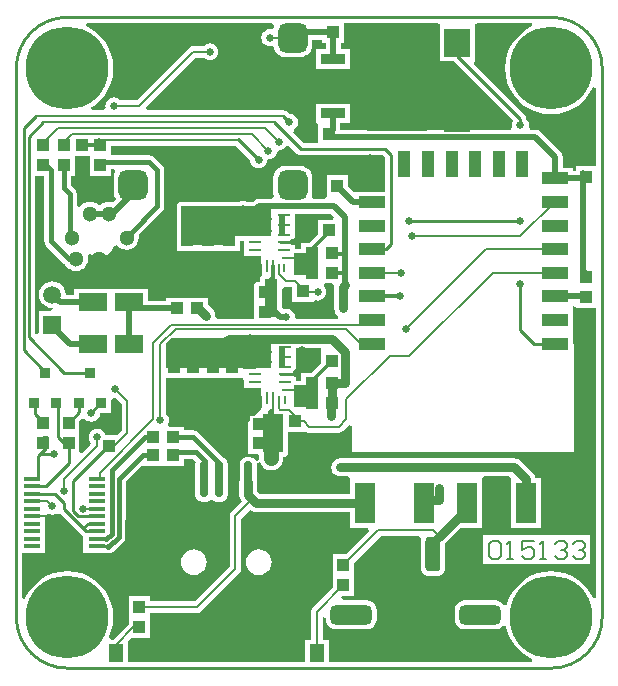
<source format=gtl>
G04 Layer_Physical_Order=1*
G04 Layer_Color=255*
%FSLAX25Y25*%
%MOIN*%
G70*
G01*
G75*
%ADD10R,0.13386X0.23622*%
G04:AMPARAMS|DCode=11|XSize=27.56mil|YSize=118.11mil|CornerRadius=6.89mil|HoleSize=0mil|Usage=FLASHONLY|Rotation=0.000|XOffset=0mil|YOffset=0mil|HoleType=Round|Shape=RoundedRectangle|*
%AMROUNDEDRECTD11*
21,1,0.02756,0.10433,0,0,0.0*
21,1,0.01378,0.11811,0,0,0.0*
1,1,0.01378,0.00689,-0.05216*
1,1,0.01378,-0.00689,-0.05216*
1,1,0.01378,-0.00689,0.05216*
1,1,0.01378,0.00689,0.05216*
%
%ADD11ROUNDEDRECTD11*%
%ADD12R,0.08661X0.09449*%
%ADD13R,0.03937X0.04331*%
%ADD14R,0.04331X0.03937*%
%ADD15R,0.07008X0.13780*%
%ADD16R,0.03543X0.03740*%
%ADD17R,0.03543X0.03740*%
%ADD18R,0.05709X0.01772*%
%ADD19R,0.08465X0.12598*%
%ADD20R,0.08465X0.03543*%
G04:AMPARAMS|DCode=21|XSize=137.8mil|YSize=64.96mil|CornerRadius=16.24mil|HoleSize=0mil|Usage=FLASHONLY|Rotation=0.000|XOffset=0mil|YOffset=0mil|HoleType=Round|Shape=RoundedRectangle|*
%AMROUNDEDRECTD21*
21,1,0.13780,0.03248,0,0,0.0*
21,1,0.10531,0.06496,0,0,0.0*
1,1,0.03248,0.05266,-0.01624*
1,1,0.03248,-0.05266,-0.01624*
1,1,0.03248,-0.05266,0.01624*
1,1,0.03248,0.05266,0.01624*
%
%ADD21ROUNDEDRECTD21*%
G04:AMPARAMS|DCode=22|XSize=50mil|YSize=114.96mil|CornerRadius=12.5mil|HoleSize=0mil|Usage=FLASHONLY|Rotation=0.000|XOffset=0mil|YOffset=0mil|HoleType=Round|Shape=RoundedRectangle|*
%AMROUNDEDRECTD22*
21,1,0.05000,0.08996,0,0,0.0*
21,1,0.02500,0.11496,0,0,0.0*
1,1,0.02500,0.01250,-0.04498*
1,1,0.02500,-0.01250,-0.04498*
1,1,0.02500,-0.01250,0.04498*
1,1,0.02500,0.01250,0.04498*
%
%ADD22ROUNDEDRECTD22*%
%ADD23R,0.03937X0.08858*%
%ADD24R,0.08858X0.03937*%
G04:AMPARAMS|DCode=25|XSize=98.42mil|YSize=98.42mil|CornerRadius=24.61mil|HoleSize=0mil|Usage=FLASHONLY|Rotation=90.000|XOffset=0mil|YOffset=0mil|HoleType=Round|Shape=RoundedRectangle|*
%AMROUNDEDRECTD25*
21,1,0.09842,0.04921,0,0,90.0*
21,1,0.04921,0.09842,0,0,90.0*
1,1,0.04921,0.02461,0.02461*
1,1,0.04921,0.02461,-0.02461*
1,1,0.04921,-0.02461,-0.02461*
1,1,0.04921,-0.02461,0.02461*
%
%ADD25ROUNDEDRECTD25*%
%ADD26R,0.00984X0.02756*%
%ADD27R,0.00984X0.04331*%
%ADD28R,0.04331X0.00984*%
%ADD29R,0.03150X0.00984*%
%ADD30R,0.05118X0.05905*%
%ADD31R,0.09646X0.06102*%
%ADD32C,0.00800*%
%ADD33C,0.01200*%
%ADD34C,0.01000*%
%ADD35C,0.00900*%
%ADD36C,0.02000*%
%ADD37C,0.03000*%
%ADD38C,0.01500*%
%ADD39C,0.05000*%
%ADD40C,0.07000*%
%ADD41R,0.03256X0.07900*%
%ADD42R,0.08400X0.07387*%
%ADD43R,0.07000X0.13026*%
%ADD44R,0.03500X0.04000*%
%ADD45R,0.04301X0.13000*%
%ADD46R,0.20000X0.35000*%
%ADD47R,0.02362X0.07600*%
%ADD48C,0.05118*%
%ADD49C,0.27559*%
%ADD50R,0.05905X0.05905*%
%ADD51C,0.05905*%
%ADD52C,0.02600*%
G36*
X16000Y-109824D02*
X16075Y-109814D01*
X18063Y-111802D01*
Y-120698D01*
X16579Y-122181D01*
X15706D01*
X15350Y-122110D01*
X14995Y-122181D01*
X12691D01*
X12446Y-121588D01*
X11997Y-121003D01*
X11412Y-120554D01*
X10731Y-120272D01*
X10000Y-120176D01*
X9269Y-120272D01*
X8588Y-120554D01*
X8003Y-121003D01*
X7554Y-121588D01*
X7272Y-122269D01*
X7176Y-123000D01*
X7272Y-123731D01*
X7554Y-124412D01*
X8003Y-124997D01*
X7437Y-125823D01*
X4969Y-128292D01*
X3968Y-127878D01*
Y-121819D01*
Y-117569D01*
X4709Y-116828D01*
X5982Y-116970D01*
X6003Y-116997D01*
X6588Y-117446D01*
X7269Y-117728D01*
X8000Y-117824D01*
X8731Y-117728D01*
X9412Y-117446D01*
X9997Y-116997D01*
X10446Y-116412D01*
X10728Y-115731D01*
X10824Y-115000D01*
X11007Y-114791D01*
X14512D01*
Y-110497D01*
X14845Y-110158D01*
X15512Y-109760D01*
X16000Y-109824D01*
D02*
G37*
G36*
X84663Y-94057D02*
X84663D01*
Y-98163D01*
X81268Y-101557D01*
X77970D01*
Y-104096D01*
X76068D01*
Y-102577D01*
X70993D01*
X70897Y-102455D01*
X71383Y-101455D01*
X72599D01*
X72660Y-101443D01*
X76068D01*
Y-98097D01*
Y-93092D01*
X84579D01*
X84663Y-94057D01*
D02*
G37*
G36*
X67981Y-90012D02*
X67981Y-99976D01*
X65000D01*
Y-100000D01*
X32982Y-100000D01*
X32982Y-91605D01*
X34574Y-90012D01*
X67981Y-90012D01*
D02*
G37*
G36*
X61487Y-147620D02*
X62217Y-147923D01*
X63000Y-148026D01*
X63000Y-148026D01*
X94153D01*
Y-153390D01*
X100218D01*
X100600Y-154314D01*
X92926Y-161988D01*
X88532D01*
Y-169319D01*
Y-173075D01*
X81890Y-179717D01*
X81470Y-180345D01*
X81323Y-181087D01*
Y-190547D01*
X79201D01*
Y-197892D01*
X20319D01*
Y-190821D01*
X21128Y-190012D01*
X27468D01*
Y-183319D01*
Y-181591D01*
X43347D01*
X44088Y-181443D01*
X44716Y-181023D01*
X57370Y-168370D01*
X57790Y-167741D01*
X57937Y-167000D01*
Y-150165D01*
X60918Y-147184D01*
X61487Y-147620D01*
D02*
G37*
G36*
X58450Y-103345D02*
X58895Y-104160D01*
Y-105895D01*
X58982Y-105982D01*
Y-106561D01*
X64505D01*
Y-112633D01*
X64459Y-113578D01*
X64415Y-113587D01*
X64187Y-113739D01*
X64290Y-113988D01*
X63519Y-114759D01*
X63471Y-115000D01*
Y-115057D01*
X63220D01*
X62420Y-115857D01*
X60963D01*
Y-117315D01*
X60163Y-118115D01*
Y-121994D01*
Y-128494D01*
X63564D01*
X63587Y-128611D01*
X63919Y-129107D01*
X63947Y-129126D01*
Y-129982D01*
X64039Y-130684D01*
X63113Y-130960D01*
X62629Y-130236D01*
X61905Y-129752D01*
X61051Y-129582D01*
X59673D01*
X58819Y-129752D01*
X58095Y-130236D01*
X57611Y-130960D01*
X57441Y-131814D01*
Y-137243D01*
X57439Y-137248D01*
X57336Y-138031D01*
Y-142362D01*
X57439Y-143145D01*
X57742Y-143875D01*
X58178Y-144444D01*
X54630Y-147992D01*
X54210Y-148621D01*
X54063Y-149362D01*
Y-166198D01*
X42544Y-177716D01*
X27468D01*
Y-175988D01*
X20531D01*
Y-183319D01*
Y-185129D01*
X15223Y-190438D01*
X14302Y-190349D01*
X13822Y-189489D01*
X14577Y-187667D01*
X15138Y-185328D01*
X15327Y-182931D01*
X15138Y-180533D01*
X14577Y-178195D01*
X13656Y-175973D01*
X12400Y-173922D01*
X10838Y-172093D01*
X9009Y-170531D01*
X6958Y-169274D01*
X4736Y-168354D01*
X2398Y-167793D01*
X0Y-167604D01*
X-2398Y-167793D01*
X-4736Y-168354D01*
X-6958Y-169274D01*
X-9009Y-170531D01*
X-10838Y-172093D01*
X-12400Y-173922D01*
X-13656Y-175973D01*
X-13991Y-176781D01*
X-14991Y-176583D01*
Y-161636D01*
X-7374D01*
Y-159136D01*
Y-156636D01*
Y-154136D01*
Y-149364D01*
X-7374D01*
Y-149136D01*
X-6614Y-148556D01*
X-6412Y-148446D01*
X-5731Y-148728D01*
X-5000Y-148824D01*
X-4269Y-148728D01*
X-3588Y-148446D01*
X-2476Y-148442D01*
X-2253Y-148631D01*
X3808Y-154692D01*
X3808Y-154692D01*
X4808Y-155692D01*
X5374Y-156070D01*
Y-159136D01*
Y-161636D01*
X13091D01*
X13398Y-161721D01*
X13483Y-161710D01*
X13567Y-161727D01*
X13924Y-161656D01*
X14286Y-161611D01*
X14361Y-161569D01*
X14445Y-161553D01*
X14748Y-161350D01*
X15065Y-161170D01*
X18698Y-158037D01*
X18751Y-157970D01*
X18822Y-157922D01*
X19025Y-157619D01*
X19249Y-157332D01*
X19272Y-157249D01*
X19320Y-157178D01*
X19391Y-156820D01*
X19488Y-156469D01*
X19477Y-156384D01*
X19494Y-156300D01*
Y-137750D01*
X24237Y-133007D01*
X24988Y-132468D01*
Y-132468D01*
X24988Y-132468D01*
X39012D01*
Y-130294D01*
X42050D01*
X42858Y-131103D01*
X42717Y-131814D01*
Y-142247D01*
X42887Y-143101D01*
X43371Y-143825D01*
X44095Y-144309D01*
X44949Y-144479D01*
X46327D01*
X47181Y-144309D01*
X47905Y-143825D01*
X48292D01*
X49016Y-144309D01*
X49870Y-144479D01*
X51248D01*
X52102Y-144309D01*
X52826Y-143825D01*
X53310Y-143101D01*
X53480Y-142247D01*
Y-131814D01*
X53310Y-130960D01*
X52826Y-130236D01*
X52102Y-129752D01*
X51970Y-129726D01*
X43622Y-121378D01*
X42878Y-120880D01*
X42000Y-120706D01*
X39012D01*
Y-119532D01*
X33958D01*
X33446Y-118556D01*
X33728Y-117875D01*
X33824Y-117144D01*
X33728Y-116413D01*
X33446Y-115732D01*
X32997Y-115147D01*
X32937Y-115101D01*
Y-103345D01*
X58450D01*
D02*
G37*
G36*
X169532Y-79442D02*
Y-80012D01*
X176238D01*
Y-176509D01*
X175238Y-176708D01*
X174934Y-175973D01*
X173677Y-173922D01*
X172115Y-172093D01*
X170286Y-170531D01*
X168236Y-169274D01*
X166014Y-168354D01*
X163675Y-167793D01*
X161277Y-167604D01*
X158880Y-167793D01*
X156541Y-168354D01*
X154319Y-169274D01*
X152268Y-170531D01*
X150440Y-172093D01*
X148878Y-173922D01*
X147621Y-175973D01*
X146701Y-178194D01*
X146568Y-178747D01*
X145750Y-178879D01*
X145513Y-178858D01*
X145053Y-178258D01*
X144400Y-177757D01*
X143640Y-177443D01*
X142825Y-177335D01*
X132293D01*
X131478Y-177443D01*
X130718Y-177757D01*
X130065Y-178258D01*
X129564Y-178911D01*
X129250Y-179671D01*
X129142Y-180486D01*
Y-183734D01*
X129250Y-184550D01*
X129564Y-185310D01*
X130065Y-185962D01*
X130718Y-186463D01*
X131478Y-186778D01*
X132293Y-186885D01*
X142825D01*
X143640Y-186778D01*
X144400Y-186463D01*
X145053Y-185962D01*
X145213Y-185754D01*
X146297Y-185984D01*
X146701Y-187667D01*
X147621Y-189889D01*
X148878Y-191940D01*
X150440Y-193769D01*
X152268Y-195330D01*
X154319Y-196587D01*
X155054Y-196892D01*
X154855Y-197892D01*
X87319D01*
Y-190547D01*
X85197D01*
Y-182819D01*
X85229Y-182797D01*
X86229Y-183332D01*
Y-183734D01*
X86336Y-184550D01*
X86651Y-185310D01*
X87152Y-185962D01*
X87804Y-186463D01*
X88564Y-186778D01*
X89380Y-186885D01*
X99911D01*
X100727Y-186778D01*
X101487Y-186463D01*
X102139Y-185962D01*
X102640Y-185310D01*
X102955Y-184550D01*
X103062Y-183734D01*
Y-180486D01*
X102955Y-179671D01*
X102640Y-178911D01*
X102139Y-178258D01*
X101487Y-177757D01*
X100727Y-177443D01*
X99911Y-177335D01*
X91842D01*
X91341Y-176335D01*
X91582Y-176012D01*
X95468D01*
Y-169319D01*
Y-164925D01*
X104456Y-155937D01*
X117163D01*
X117807Y-156724D01*
X117865Y-156937D01*
X117787Y-157534D01*
Y-166530D01*
X117881Y-167247D01*
X118158Y-167916D01*
X118599Y-168491D01*
X119174Y-168932D01*
X119843Y-169209D01*
X120561Y-169303D01*
X123061D01*
X123778Y-169209D01*
X124447Y-168932D01*
X125022Y-168491D01*
X125463Y-167916D01*
X125740Y-167247D01*
X125834Y-166530D01*
Y-158445D01*
X126640Y-157640D01*
X126640Y-157640D01*
X130889Y-153390D01*
X138161D01*
Y-137026D01*
X138161Y-136610D01*
X138919Y-136026D01*
X147081D01*
X147839Y-136610D01*
Y-153390D01*
X157846D01*
Y-136610D01*
X155838D01*
X155765Y-136059D01*
X155463Y-135330D01*
X154982Y-134703D01*
X154982Y-134703D01*
X151140Y-130860D01*
X150513Y-130379D01*
X149783Y-130077D01*
X149000Y-129974D01*
X91000D01*
X90217Y-130077D01*
X89487Y-130379D01*
X88860Y-130860D01*
X88380Y-131487D01*
X88077Y-132217D01*
X87974Y-133000D01*
X88077Y-133783D01*
X88380Y-134513D01*
X88860Y-135140D01*
X89487Y-135620D01*
X90217Y-135923D01*
X91000Y-136026D01*
X93396D01*
X94153Y-136610D01*
X94153Y-137026D01*
Y-141974D01*
X64253D01*
X63821Y-141542D01*
X63821Y-141541D01*
X63388Y-141109D01*
Y-138031D01*
X63285Y-137248D01*
X63283Y-137243D01*
Y-131814D01*
X63241Y-131602D01*
X64202Y-131310D01*
X64487Y-131999D01*
X65129Y-132834D01*
X65964Y-133475D01*
X66937Y-133879D01*
X67981Y-134016D01*
X69026Y-133879D01*
X69999Y-133475D01*
X70834Y-132834D01*
X71475Y-131999D01*
X71878Y-131026D01*
X72016Y-129982D01*
Y-129552D01*
X72585Y-129439D01*
X73081Y-129107D01*
X73413Y-128611D01*
X73529Y-128026D01*
Y-121319D01*
X79469D01*
X79469Y-121319D01*
X80433Y-121404D01*
X80600Y-121437D01*
X90500D01*
X91241Y-121290D01*
X91870Y-120870D01*
X94000Y-118740D01*
X95000Y-119154D01*
Y-128000D01*
X169000Y-128000D01*
X169000Y-92000D01*
X168441D01*
Y-88374D01*
X168441Y-88311D01*
Y-87374D01*
X168441Y-87311D01*
Y-80500D01*
X168441Y-80437D01*
Y-79500D01*
X168532Y-79260D01*
X169532Y-79442D01*
D02*
G37*
G36*
X88433Y-71781D02*
X89021Y-72645D01*
X88974Y-73000D01*
Y-75000D01*
X89040Y-75500D01*
X88974Y-76000D01*
Y-80000D01*
X89077Y-80783D01*
X89380Y-81513D01*
X89860Y-82140D01*
X90281Y-82463D01*
X90086Y-83347D01*
X90023Y-83463D01*
X76230D01*
X75824Y-83000D01*
X75728Y-82269D01*
X75446Y-81588D01*
X74997Y-81003D01*
X74412Y-80554D01*
X73731Y-80272D01*
X73000Y-80176D01*
X72392Y-80256D01*
X71870Y-79878D01*
X71529Y-79543D01*
Y-73505D01*
X71752Y-73287D01*
X72529Y-72844D01*
X73000Y-72937D01*
X75032D01*
Y-77819D01*
X81968D01*
X81968Y-77819D01*
X82968Y-77341D01*
X83424Y-77401D01*
X84154Y-77305D01*
X84836Y-77022D01*
X85421Y-76573D01*
X85869Y-75989D01*
X86151Y-75308D01*
X86248Y-74576D01*
X86151Y-73846D01*
X85869Y-73164D01*
X85471Y-72645D01*
X85523Y-72355D01*
X85845Y-71645D01*
X88232D01*
X88433Y-71781D01*
D02*
G37*
G36*
X76594Y-28406D02*
X77239Y-28837D01*
X78000Y-28988D01*
X105176D01*
X106012Y-29823D01*
Y-41067D01*
X95559D01*
X95559Y-41067D01*
Y-41067D01*
X94798Y-40540D01*
X93468Y-39210D01*
Y-35681D01*
X86532D01*
Y-43012D01*
X85704Y-43428D01*
X81982D01*
X81500Y-42705D01*
X81478Y-42428D01*
X81605Y-41461D01*
Y-36539D01*
X81469Y-35505D01*
X81070Y-34542D01*
X80435Y-33715D01*
X79608Y-33080D01*
X78644Y-32681D01*
X77610Y-32545D01*
X72689D01*
X71655Y-32681D01*
X70692Y-33080D01*
X69864Y-33715D01*
X69229Y-34542D01*
X68830Y-35505D01*
X68694Y-36539D01*
Y-41461D01*
X68822Y-42428D01*
X68800Y-42705D01*
X68317Y-43428D01*
X64024D01*
X63048Y-43622D01*
X62221Y-44174D01*
X61861Y-44534D01*
X59863D01*
X59231Y-44272D01*
X58500Y-44176D01*
X57769Y-44272D01*
X57138Y-44534D01*
X37969D01*
X37384Y-44650D01*
X36888Y-44982D01*
X36557Y-45478D01*
X36440Y-46063D01*
Y-55502D01*
X36501Y-55808D01*
Y-60895D01*
X43438D01*
Y-60895D01*
X43501D01*
Y-60895D01*
X50438D01*
Y-60895D01*
X50501D01*
Y-60895D01*
X57438D01*
Y-57439D01*
X58883D01*
Y-60053D01*
Y-62612D01*
X64493D01*
Y-69105D01*
X64286Y-69415D01*
X64170Y-70000D01*
Y-71108D01*
X62938D01*
X62151Y-71895D01*
Y-78045D01*
Y-83463D01*
X50232D01*
X49372Y-82500D01*
X49269Y-81717D01*
X48967Y-80987D01*
X48486Y-80360D01*
X47012Y-78886D01*
Y-76619D01*
X46924Y-76531D01*
X32988D01*
Y-77451D01*
X26925D01*
Y-73449D01*
X2075D01*
Y-75451D01*
X-515D01*
X-662Y-74338D01*
X-1111Y-73254D01*
X-1824Y-72324D01*
X-2754Y-71610D01*
X-3838Y-71162D01*
X-4140Y-71122D01*
X-5000Y-70951D01*
X-5860Y-71122D01*
X-6162Y-71162D01*
X-7246Y-71610D01*
X-8176Y-72324D01*
X-8890Y-73254D01*
X-9338Y-74338D01*
X-9491Y-75500D01*
X-9338Y-76662D01*
X-8890Y-77746D01*
X-8176Y-78676D01*
X-7246Y-79390D01*
X-6162Y-79838D01*
X-5000Y-79991D01*
X-4963Y-79986D01*
X-4911Y-80047D01*
X-5374Y-81047D01*
X-9453D01*
Y-88143D01*
X-10453Y-88644D01*
X-10862Y-88338D01*
Y-36012D01*
X-7782D01*
Y-57512D01*
X-7607Y-58390D01*
X-7110Y-59135D01*
X-1110Y-65135D01*
X-794Y-65346D01*
X-705Y-65560D01*
X-55Y-66408D01*
X793Y-67058D01*
X1781Y-67467D01*
X2840Y-67607D01*
X3900Y-67467D01*
X4887Y-67058D01*
X5735Y-66408D01*
X6386Y-65560D01*
X6795Y-64572D01*
X6934Y-63512D01*
X6795Y-62453D01*
X6740Y-62321D01*
X7562Y-61691D01*
X8270Y-62235D01*
X9449Y-62723D01*
X10714Y-62889D01*
X11980Y-62723D01*
X13159Y-62235D01*
X14171Y-61458D01*
X14948Y-60445D01*
X15436Y-59266D01*
X15456Y-59115D01*
X16502Y-58835D01*
X16875Y-59321D01*
X17722Y-59972D01*
X18710Y-60381D01*
X19770Y-60520D01*
X20829Y-60381D01*
X21817Y-59972D01*
X22664Y-59321D01*
X23315Y-58473D01*
X23724Y-57486D01*
X23864Y-56426D01*
X23742Y-55502D01*
X31622Y-47622D01*
X32120Y-46878D01*
X32294Y-46000D01*
Y-34000D01*
X32120Y-33122D01*
X31622Y-32378D01*
X28969Y-29724D01*
X28224Y-29227D01*
X27347Y-29052D01*
X14469D01*
Y-25937D01*
X56178D01*
X60976Y-30735D01*
X61041Y-31231D01*
X61323Y-31912D01*
X61772Y-32497D01*
X62357Y-32946D01*
X63038Y-33228D01*
X63769Y-33324D01*
X64500Y-33228D01*
X65181Y-32946D01*
X65766Y-32497D01*
X66215Y-31912D01*
X66497Y-31231D01*
X66498Y-31225D01*
X67000Y-30283D01*
X67731Y-30187D01*
X68412Y-29905D01*
X68997Y-29456D01*
X69446Y-28871D01*
X69728Y-28190D01*
X70500Y-27324D01*
X71231Y-27228D01*
X71912Y-26946D01*
X72497Y-26497D01*
X72833Y-26059D01*
X73325Y-25895D01*
X74049Y-25861D01*
X76594Y-28406D01*
D02*
G37*
G36*
X155054Y13961D02*
X154319Y13656D01*
X152268Y12400D01*
X150440Y10838D01*
X148878Y9009D01*
X147621Y6958D01*
X146701Y4736D01*
X146139Y2398D01*
X145950Y0D01*
X146139Y-2397D01*
X146701Y-4736D01*
X147621Y-6958D01*
X148878Y-9009D01*
X150440Y-10838D01*
X152268Y-12399D01*
X154319Y-13656D01*
X156541Y-14577D01*
X158880Y-15138D01*
X161277Y-15327D01*
X163675Y-15138D01*
X166014Y-14577D01*
X168236Y-13656D01*
X170286Y-12399D01*
X172115Y-10838D01*
X173677Y-9009D01*
X174934Y-6958D01*
X175238Y-6223D01*
X176238Y-6422D01*
Y-32681D01*
X173065D01*
X172976Y-32621D01*
X172000Y-32427D01*
X171025Y-32621D01*
X170935Y-32681D01*
X169532D01*
Y-34112D01*
X168441D01*
Y-33193D01*
X165061D01*
Y-29512D01*
X164867Y-28536D01*
X164314Y-27709D01*
X157825Y-21220D01*
X156998Y-20668D01*
X156023Y-20474D01*
X154503D01*
X154177Y-20162D01*
X153762Y-19474D01*
X153824Y-19000D01*
X153728Y-18269D01*
X153446Y-17588D01*
X153039Y-17058D01*
Y-17000D01*
X152884Y-16220D01*
X152442Y-15558D01*
X152442Y-15558D01*
X135434Y1450D01*
X135816Y2374D01*
X135831D01*
Y14823D01*
X136774Y14961D01*
X154855D01*
X155054Y13961D01*
D02*
G37*
G36*
X124169Y14823D02*
Y2374D01*
X128742D01*
X148619Y-17503D01*
X148554Y-17588D01*
X148272Y-18269D01*
X148176Y-19000D01*
X148238Y-19474D01*
X147822Y-20162D01*
X147497Y-20474D01*
X125057D01*
X124942Y-20451D01*
X91033D01*
Y-18327D01*
X94217D01*
Y-11784D01*
X82752D01*
Y-18327D01*
X83632Y-18531D01*
Y-25012D01*
X78824D01*
X75361Y-21549D01*
X75395Y-20824D01*
X75559Y-20333D01*
X75997Y-19997D01*
X76446Y-19412D01*
X76728Y-18731D01*
X76824Y-18000D01*
X76728Y-17269D01*
X76446Y-16588D01*
X75997Y-16003D01*
X75412Y-15554D01*
X74731Y-15272D01*
X74069Y-15185D01*
X73442Y-14558D01*
X72780Y-14116D01*
X72000Y-13961D01*
X71487Y-14063D01*
X26591D01*
X26177Y-13063D01*
X42802Y3563D01*
X45457D01*
X45503Y3503D01*
X46088Y3054D01*
X46769Y2772D01*
X47500Y2676D01*
X48231Y2772D01*
X48912Y3054D01*
X49497Y3503D01*
X49946Y4088D01*
X50228Y4769D01*
X50324Y5500D01*
X50228Y6231D01*
X49946Y6912D01*
X49497Y7497D01*
X48912Y7946D01*
X48231Y8228D01*
X47500Y8324D01*
X46769Y8228D01*
X46088Y7946D01*
X45503Y7497D01*
X45457Y7437D01*
X42000D01*
X41259Y7290D01*
X40630Y6870D01*
X23198Y-10563D01*
X17543D01*
X17497Y-10503D01*
X16912Y-10054D01*
X16231Y-9772D01*
X15500Y-9676D01*
X14769Y-9772D01*
X14088Y-10054D01*
X13503Y-10503D01*
X13054Y-11088D01*
X12772Y-11769D01*
X12676Y-12500D01*
X12750Y-13063D01*
X12579Y-13449D01*
X12034Y-14063D01*
X8209D01*
X7927Y-13063D01*
X9009Y-12400D01*
X10838Y-10838D01*
X12400Y-9009D01*
X13656Y-6958D01*
X14577Y-4736D01*
X15138Y-2398D01*
X15327Y0D01*
X15138Y2398D01*
X14577Y4736D01*
X13656Y6958D01*
X12400Y9009D01*
X10838Y10838D01*
X9009Y12400D01*
X6958Y13656D01*
X6223Y13961D01*
X6422Y14961D01*
X68267D01*
X68935Y13961D01*
X68854Y13765D01*
X68425Y13053D01*
X68231Y12941D01*
X67500Y13037D01*
X66769Y12941D01*
X66088Y12658D01*
X65503Y12210D01*
X65054Y11625D01*
X64772Y10944D01*
X64676Y10213D01*
X64772Y9482D01*
X65054Y8800D01*
X65503Y8216D01*
X66088Y7767D01*
X66769Y7485D01*
X67500Y7388D01*
X68231Y7485D01*
X68425Y7373D01*
X68854Y6660D01*
X69229Y5755D01*
X69864Y4927D01*
X70692Y4292D01*
X71655Y3893D01*
X72689Y3757D01*
X77610D01*
X78644Y3893D01*
X79608Y4292D01*
X80435Y4927D01*
X81070Y5755D01*
X81469Y6718D01*
X81605Y7752D01*
Y9451D01*
X84988D01*
Y8531D01*
X86105D01*
Y6327D01*
X82752D01*
Y-216D01*
X94217D01*
Y6327D01*
X91202D01*
Y8531D01*
X92319D01*
Y14961D01*
X123226D01*
X124169Y14823D01*
D02*
G37*
G36*
X89003Y-49608D02*
X88620Y-50532D01*
X83681D01*
Y-55283D01*
X80756Y-58208D01*
X77958D01*
Y-60147D01*
X76056D01*
Y-58628D01*
X70992D01*
X70895Y-58506D01*
X71378Y-57506D01*
X72587D01*
X72648Y-57494D01*
X76056D01*
Y-54147D01*
Y-50801D01*
Y-48526D01*
X87921D01*
X89003Y-49608D01*
D02*
G37*
G36*
X68000Y-55502D02*
X37969D01*
Y-46063D01*
X68000D01*
Y-55502D01*
D02*
G37*
G36*
X7531Y-36012D02*
X14469D01*
Y-33641D01*
X15511D01*
X15898Y-34254D01*
X16039Y-34640D01*
X15681Y-35505D01*
X15545Y-36539D01*
Y-41461D01*
X15681Y-42495D01*
X16080Y-43458D01*
X16231Y-43655D01*
X15181Y-44704D01*
X14923Y-44597D01*
X13864Y-44458D01*
X12804Y-44597D01*
X11817Y-45006D01*
X10969Y-45657D01*
X10460D01*
X9612Y-45006D01*
X8624Y-44597D01*
X7565Y-44458D01*
X6505Y-44597D01*
X5518Y-45006D01*
X4670Y-45657D01*
X4216Y-46248D01*
X3216Y-45932D01*
Y-41922D01*
X3041Y-41044D01*
X2544Y-40300D01*
X1294Y-39050D01*
Y-36012D01*
X2468D01*
Y-29319D01*
X7531D01*
Y-36012D01*
D02*
G37*
%LPC*%
G36*
X63827Y-160297D02*
X62716Y-160443D01*
X61681Y-160872D01*
X60791Y-161555D01*
X60109Y-162444D01*
X59680Y-163479D01*
X59534Y-164590D01*
X59680Y-165701D01*
X60109Y-166736D01*
X60791Y-167625D01*
X61681Y-168307D01*
X62716Y-168736D01*
X63827Y-168883D01*
X64938Y-168736D01*
X65973Y-168307D01*
X66862Y-167625D01*
X67544Y-166736D01*
X67973Y-165701D01*
X68119Y-164590D01*
X67973Y-163479D01*
X67544Y-162444D01*
X66862Y-161555D01*
X65973Y-160872D01*
X64938Y-160443D01*
X63827Y-160297D01*
D02*
G37*
G36*
X42173D02*
X41062Y-160443D01*
X40027Y-160872D01*
X39138Y-161555D01*
X38456Y-162444D01*
X38027Y-163479D01*
X37881Y-164590D01*
X38027Y-165701D01*
X38456Y-166736D01*
X39138Y-167625D01*
X40027Y-168307D01*
X41062Y-168736D01*
X42173Y-168883D01*
X43284Y-168736D01*
X44319Y-168307D01*
X45209Y-167625D01*
X45891Y-166736D01*
X46320Y-165701D01*
X46466Y-164590D01*
X46320Y-163479D01*
X45891Y-162444D01*
X45209Y-161555D01*
X44319Y-160872D01*
X43284Y-160443D01*
X42173Y-160297D01*
D02*
G37*
G36*
X174290Y-155702D02*
X138700D01*
Y-165300D01*
X174290D01*
Y-155702D01*
D02*
G37*
%LPD*%
D10*
X80244Y-162306D02*
D03*
X25756D02*
D03*
D11*
X50559Y-137031D02*
D03*
X55441D02*
D03*
X60362D02*
D03*
X45638D02*
D03*
D12*
X130000Y8598D02*
D03*
Y-16598D02*
D03*
D13*
X14000Y-119153D02*
D03*
Y-125847D02*
D03*
X53970Y-63923D02*
D03*
Y-57230D02*
D03*
X46970Y-63923D02*
D03*
Y-57230D02*
D03*
X39970Y-63923D02*
D03*
Y-57230D02*
D03*
X54981Y-106372D02*
D03*
Y-99679D02*
D03*
X48482Y-106372D02*
D03*
Y-99679D02*
D03*
X41982Y-106372D02*
D03*
Y-99679D02*
D03*
X35482Y-106372D02*
D03*
Y-99679D02*
D03*
X500Y-124846D02*
D03*
Y-118154D02*
D03*
X-8000Y-124846D02*
D03*
Y-118154D02*
D03*
X11000Y-25654D02*
D03*
Y-32346D02*
D03*
X5000Y-32346D02*
D03*
Y-25653D02*
D03*
X78500Y-80847D02*
D03*
Y-74154D02*
D03*
X76000Y-124346D02*
D03*
Y-117654D02*
D03*
X-1000Y-32346D02*
D03*
Y-25654D02*
D03*
X-8000Y-32346D02*
D03*
Y-25654D02*
D03*
X90000Y-32654D02*
D03*
Y-39347D02*
D03*
X173000Y-69653D02*
D03*
Y-76346D02*
D03*
Y-29654D02*
D03*
Y-36347D02*
D03*
X24000Y-186346D02*
D03*
Y-179654D02*
D03*
X92000Y-172346D02*
D03*
Y-165654D02*
D03*
D14*
X95346Y12000D02*
D03*
X88653D02*
D03*
X59123Y-74576D02*
D03*
X65816D02*
D03*
X59123Y-81077D02*
D03*
X65816D02*
D03*
X81623Y-61677D02*
D03*
X88316D02*
D03*
X57135Y-118526D02*
D03*
X63828D02*
D03*
X57135Y-125026D02*
D03*
X63828D02*
D03*
X81635Y-111526D02*
D03*
X88328D02*
D03*
X35346Y-123000D02*
D03*
X28653D02*
D03*
X35346Y-129000D02*
D03*
X28653D02*
D03*
X81623Y-68177D02*
D03*
X88316D02*
D03*
X80654Y-54000D02*
D03*
X87347D02*
D03*
X81635Y-105026D02*
D03*
X88328D02*
D03*
X81635Y-97526D02*
D03*
X88328D02*
D03*
X87297Y-22000D02*
D03*
X80604D02*
D03*
X36654Y-80000D02*
D03*
X43347D02*
D03*
D15*
X133158Y-145000D02*
D03*
X152842D02*
D03*
X99158D02*
D03*
X118842D02*
D03*
D16*
X7500Y-101579D02*
D03*
X3760Y-111421D02*
D03*
X-11240D02*
D03*
X-7500Y-101579D02*
D03*
D17*
X11240Y-111421D02*
D03*
X-3760D02*
D03*
D18*
X9728Y-159250D02*
D03*
Y-156750D02*
D03*
Y-154250D02*
D03*
Y-151750D02*
D03*
Y-149250D02*
D03*
Y-146750D02*
D03*
Y-144250D02*
D03*
Y-141750D02*
D03*
Y-139250D02*
D03*
Y-136750D02*
D03*
X-11728Y-159250D02*
D03*
Y-156750D02*
D03*
Y-154250D02*
D03*
Y-151750D02*
D03*
Y-149250D02*
D03*
Y-146750D02*
D03*
Y-144250D02*
D03*
Y-141750D02*
D03*
Y-139250D02*
D03*
Y-136750D02*
D03*
D19*
X111516Y-6000D02*
D03*
D20*
X88484Y-15055D02*
D03*
Y-6000D02*
D03*
Y3055D02*
D03*
D21*
X137559Y-182110D02*
D03*
X94646D02*
D03*
D22*
X121811Y-162031D02*
D03*
X110000D02*
D03*
D23*
X112315Y-31740D02*
D03*
X120189D02*
D03*
X128063D02*
D03*
X135937D02*
D03*
X143811D02*
D03*
X151685D02*
D03*
D24*
X162512Y-36661D02*
D03*
Y-44535D02*
D03*
Y-52409D02*
D03*
Y-60283D02*
D03*
Y-68158D02*
D03*
Y-76032D02*
D03*
Y-83906D02*
D03*
Y-91780D02*
D03*
X101488D02*
D03*
Y-83906D02*
D03*
Y-76032D02*
D03*
Y-68158D02*
D03*
Y-60283D02*
D03*
Y-52409D02*
D03*
Y-44535D02*
D03*
Y-36661D02*
D03*
D25*
X22000Y-39000D02*
D03*
X75150D02*
D03*
Y10213D02*
D03*
X22000D02*
D03*
D26*
X64517Y-66722D02*
D03*
X72391D02*
D03*
X62548D02*
D03*
X70422D02*
D03*
X64529Y-110671D02*
D03*
X72403D02*
D03*
X62560D02*
D03*
X70434D02*
D03*
D27*
X68454Y-65935D02*
D03*
X66485D02*
D03*
X68466Y-109884D02*
D03*
X66497D02*
D03*
D28*
X72391Y-60620D02*
D03*
Y-52155D02*
D03*
Y-58061D02*
D03*
Y-48809D02*
D03*
Y-55502D02*
D03*
X62548D02*
D03*
Y-48809D02*
D03*
Y-58061D02*
D03*
Y-52155D02*
D03*
Y-60620D02*
D03*
X72403Y-104569D02*
D03*
Y-96104D02*
D03*
Y-102010D02*
D03*
Y-92758D02*
D03*
Y-99451D02*
D03*
X62560D02*
D03*
Y-92758D02*
D03*
Y-102010D02*
D03*
Y-96104D02*
D03*
Y-104569D02*
D03*
D29*
X72981Y-63179D02*
D03*
X61958D02*
D03*
X72993Y-107128D02*
D03*
X61970D02*
D03*
D30*
X16260Y-195000D02*
D03*
X23740D02*
D03*
X83260D02*
D03*
X90740D02*
D03*
D31*
X20602Y-92000D02*
D03*
X8398D02*
D03*
X20602Y-78000D02*
D03*
X8398D02*
D03*
D32*
X66000Y-20000D02*
X70500Y-24500D01*
X10654Y-24000D02*
X57269D01*
X-10500Y-16000D02*
X72000D01*
X-8000Y-18000D02*
X69000D01*
X61541Y-22000D02*
X67000Y-27459D01*
X1654Y-22000D02*
X61541D01*
X-1000Y-24654D02*
X1654Y-22000D01*
X99994Y-85400D02*
X101488Y-83906D01*
X36100Y-86900D02*
X92900D01*
X31000Y-92000D02*
X36100Y-86900D01*
X92900D02*
X97780Y-91780D01*
X76025Y-117701D02*
X78801D01*
X80600Y-119500D01*
X90500D02*
X93000Y-117000D01*
X80600Y-119500D02*
X90500D01*
X5000Y-40000D02*
Y-31346D01*
X5250Y-146750D02*
X11728D01*
X-4250Y-149250D02*
X-3000Y-150500D01*
X-9728Y-149250D02*
X-4250D01*
X81635Y-105026D02*
Y-104218D01*
X81623Y-61677D02*
Y-60369D01*
X72403Y-102010D02*
X75997D01*
X72993Y-107128D02*
X78284D01*
X58482D02*
X61970D01*
X62981Y-114526D02*
X64529Y-112978D01*
X62560Y-113947D02*
Y-110671D01*
X64529Y-112978D02*
Y-110671D01*
X68466Y-117010D02*
Y-109884D01*
X81623Y-68177D02*
Y-61677D01*
X39970Y-63923D02*
X40714Y-63179D01*
X64517Y-69029D02*
Y-66722D01*
X62969Y-70577D02*
X64517Y-69029D01*
X62548Y-70155D02*
Y-66722D01*
Y-70155D02*
X62969Y-70577D01*
X72981Y-63179D02*
X80121D01*
X81623Y-61677D01*
X70422Y-68422D02*
Y-66722D01*
Y-68422D02*
X73000Y-71000D01*
X76000D01*
X78816Y-73816D01*
X20000Y3000D02*
X22000Y5000D01*
Y10213D01*
X24787Y13000D01*
X29000D01*
X19213D02*
X22000Y10213D01*
X15000Y13000D02*
X19213D01*
X70434Y-113334D02*
Y-110671D01*
Y-113334D02*
X71000Y-113900D01*
X73900D01*
X77328Y-117328D01*
Y-118526D02*
Y-117328D01*
X78110Y-94000D02*
X81635Y-97526D01*
X97780Y-91780D02*
X101488D01*
X113000Y-87000D02*
X139716Y-60283D01*
X162512D01*
X101488Y-68158D02*
X111158D01*
X78816Y-74576D02*
X83424D01*
X78816D02*
Y-73816D01*
X-10728Y-144250D02*
X-6750D01*
X15350Y-116454D02*
Y-115650D01*
X39970Y-57230D02*
X41698Y-55502D01*
X40714Y-63179D02*
X61958D01*
X41698Y-55502D02*
X62548D01*
X16000Y-107000D02*
X20000Y-111000D01*
X31000Y-117144D02*
Y-92000D01*
X141842Y-68158D02*
X162512D01*
X93000Y-117000D02*
Y-110394D01*
X107394Y-96000D01*
X114000D01*
X141842Y-68158D01*
X162433Y-44535D02*
X162512D01*
X150968Y-56000D02*
X162433Y-44535D01*
X115000Y-56000D02*
X150968D01*
X83260Y-195000D02*
Y-181087D01*
X92000Y-172346D01*
X123540Y-155500D02*
X124500D01*
X92000Y-165654D02*
X103654Y-154000D01*
X122040D01*
X123540Y-155500D01*
X16260Y-195000D02*
Y-192140D01*
X22054Y-186346D01*
X24000D01*
Y-179654D02*
X43347D01*
X56000Y-167000D01*
Y-149362D01*
X61681Y-143681D01*
X-9327Y-26327D02*
X-3000Y-20000D01*
X66000D01*
X15000Y-115654D02*
X16000Y-114654D01*
Y-112500D01*
X-6750Y-144250D02*
X-5000Y-146000D01*
X-1000Y-141000D02*
Y-137000D01*
X10000Y-126000D01*
Y-123000D01*
X10728Y-136750D02*
Y-134808D01*
X28600Y-116936D01*
X15350Y-126150D02*
X20000Y-121500D01*
Y-111000D01*
X46347Y-83000D02*
Y-82500D01*
X15500Y-12500D02*
X24000D01*
X67500Y10213D02*
X75150D01*
X24000Y-12500D02*
X42000Y5500D01*
X47500D01*
X34600Y-85400D02*
X99994D01*
X28600Y-116936D02*
Y-91400D01*
X34600Y-85400D01*
X140500Y-158502D02*
X141500Y-157502D01*
X143499D01*
X144499Y-158502D01*
Y-162500D01*
X143499Y-163500D01*
X141500D01*
X140500Y-162500D01*
Y-158502D01*
X146498Y-163500D02*
X148497D01*
X147498D01*
Y-157502D01*
X146498Y-158502D01*
X155495Y-157502D02*
X151496D01*
Y-160501D01*
X153496Y-159501D01*
X154496D01*
X155495Y-160501D01*
Y-162500D01*
X154496Y-163500D01*
X152496D01*
X151496Y-162500D01*
X157494Y-163500D02*
X159494D01*
X158494D01*
Y-157502D01*
X157494Y-158502D01*
X162493D02*
X163493Y-157502D01*
X165492D01*
X166492Y-158502D01*
Y-159501D01*
X165492Y-160501D01*
X164492D01*
X165492D01*
X166492Y-161501D01*
Y-162500D01*
X165492Y-163500D01*
X163493D01*
X162493Y-162500D01*
X168491Y-158502D02*
X169491Y-157502D01*
X171490D01*
X172490Y-158502D01*
Y-159501D01*
X171490Y-160501D01*
X170490D01*
X171490D01*
X172490Y-161501D01*
Y-162500D01*
X171490Y-163500D01*
X169491D01*
X168491Y-162500D01*
D33*
X57269Y-24000D02*
X63769Y-30500D01*
X88316Y-61677D02*
X88702Y-62063D01*
X92696D01*
X81635Y-104218D02*
X88328Y-97526D01*
X81623Y-60369D02*
X88316Y-53676D01*
X68454Y-72061D02*
Y-65935D01*
X5000Y-25653D02*
X10000D01*
X88316Y-68177D02*
X92696D01*
X101488Y-76032D02*
X110968D01*
X111000Y-76000D01*
X10000Y-24654D02*
X10654Y-24000D01*
D34*
X-14500Y-20000D02*
X-10500Y-16000D01*
X-14500Y-94000D02*
Y-20000D01*
X11728Y-159250D02*
X13567D01*
X11728Y-156750D02*
X12817D01*
X57749Y-92758D02*
X62560D01*
X58903Y-96104D02*
X62560D01*
X58556Y-99451D02*
X62560D01*
X6750Y-151750D02*
X11728D01*
X58604Y-52155D02*
X62548D01*
X-8000Y-123000D02*
X-6693D01*
X5250Y-153250D02*
X6250Y-154250D01*
X5250Y-153250D02*
X6750Y-151750D01*
X6250Y-154250D02*
X11728D01*
X61848Y-48809D02*
X62548D01*
X3654Y-149250D02*
X10728D01*
X2000Y-147596D02*
X3654Y-149250D01*
X-1000Y-147000D02*
X5250Y-153250D01*
X130000Y4000D02*
Y8598D01*
X151000Y-87372D02*
X155407Y-91780D01*
X162512D01*
X151000Y-87372D02*
Y-72000D01*
X130000Y4000D02*
X151000Y-17000D01*
Y-19000D02*
Y-17000D01*
X114000Y-51000D02*
X151000D01*
X72000Y-16000D02*
X74000Y-18000D01*
X-9728Y-141750D02*
X-4250D01*
X-1000Y-145000D01*
Y-147000D02*
Y-145000D01*
X2000Y-147596D02*
Y-137500D01*
X15350Y-124150D01*
X-7000Y-126500D02*
Y-123346D01*
X-9000Y-128500D02*
X-4500D01*
X-9728Y-136750D02*
Y-129228D01*
X-9000Y-128500D01*
X-7000Y-126500D01*
X-3000Y-123000D02*
Y-111000D01*
Y-123000D02*
X-1327Y-124673D01*
X-9728Y-139250D02*
X-7195D01*
X500Y-131555D01*
Y-124846D01*
Y-118154D02*
X4000Y-114654D01*
Y-111421D01*
X-10740Y-115260D02*
Y-110500D01*
Y-115260D02*
X-8846Y-117154D01*
X8000Y-115000D02*
Y-114661D01*
X11240Y-111421D01*
X-14500Y-94000D02*
X-8400Y-100100D01*
X161277Y-199946D02*
G03*
X178293Y-182931I0J17015D01*
G01*
X-17015Y-182931D02*
G03*
X0Y-199946I17015J0D01*
G01*
Y17015D02*
G03*
X-17015Y0I0J-17015D01*
G01*
X178293Y0D02*
G03*
X161277Y17015I-17015J0D01*
G01*
X-17030Y-182931D02*
Y0D01*
X178277Y-182931D02*
Y0D01*
X0Y-199931D02*
X161277D01*
X0Y17000D02*
X161277D01*
D35*
X-12850Y-22850D02*
X-8000Y-18000D01*
X-12850Y-89650D02*
Y-22850D01*
X-1000Y-101500D02*
X7000D01*
X-12850Y-89650D02*
X-1000Y-101500D01*
X101488Y-60283D02*
X106217D01*
X108000Y-58500D01*
Y-29000D01*
X106000Y-27000D02*
X108000Y-29000D01*
X78000Y-27000D02*
X106000D01*
X69000Y-18000D02*
X78000Y-27000D01*
D36*
X-2500Y-78000D02*
X8398D01*
X-5000Y-75500D02*
X-2500Y-78000D01*
X-5000Y-75500D02*
Y-73500D01*
X1000Y-92000D02*
X8398D01*
X-6000Y-85000D02*
X1000Y-92000D01*
X-6000Y-85000D02*
Y-84000D01*
X71000Y-83000D02*
X73000D01*
X69000Y-81000D02*
X71000Y-83000D01*
X7064Y-48552D02*
X14938D01*
X57481Y-92490D02*
X57749Y-92758D01*
X75985Y-58061D02*
X80470Y-53576D01*
X75000Y-58061D02*
X75985D01*
X75997Y-102010D02*
X80481Y-97526D01*
X81635D01*
X14938Y-48552D02*
X22000Y-41490D01*
Y-39000D01*
X75150Y10213D02*
X76937Y12000D01*
X88653D01*
Y3224D02*
Y12000D01*
X88484Y3055D02*
X88653Y3224D01*
X88484Y-6000D02*
X96000D01*
X111516D01*
X117402Y-16598D02*
X130000D01*
X80604Y-22000D02*
Y-16654D01*
X95346Y12000D02*
X103000D01*
X57135Y-125026D02*
Y-118526D01*
Y-114135D01*
X35482Y-108372D02*
X54981D01*
X68000Y-119000D02*
Y-114544D01*
Y-75000D02*
Y-70544D01*
X162512Y-36661D02*
X173685D01*
X162512Y-76032D02*
X173685D01*
X174000Y-76346D01*
X90000Y-39347D02*
X95189Y-44535D01*
X101488D01*
X101000Y-30000D02*
X101488Y-30488D01*
X90000Y-32654D02*
X101142D01*
X101488Y-33000D01*
Y-36661D02*
Y-33000D01*
Y-30488D01*
X162512Y-36661D02*
Y-29512D01*
X110000Y-171000D02*
Y-162031D01*
X103969D02*
X110000D01*
X68000Y-82000D02*
X69000Y-81000D01*
X78000Y-51000D02*
Y-50000D01*
Y-51000D02*
X80677Y-53676D01*
X81623D01*
X92696Y-62063D02*
Y-49696D01*
X88977Y-45976D02*
X92696Y-49696D01*
X64024Y-45976D02*
X88977D01*
X63000Y-47000D02*
X64024Y-45976D01*
X63000Y-47657D02*
Y-47000D01*
X92696Y-68177D02*
Y-62063D01*
X61848Y-48809D02*
X63000Y-47657D01*
X174000Y-29654D02*
Y-24000D01*
X92696Y-72304D02*
Y-68177D01*
X88346Y-23000D02*
X124942D01*
X124965Y-23023D01*
X156023D02*
X162512Y-29512D01*
X124965Y-23023D02*
X156023D01*
X88484Y-20591D02*
Y-15055D01*
X87150Y-21925D02*
X88484Y-20591D01*
X87150Y-22803D02*
Y-21925D01*
X172000Y-67654D02*
X174000Y-69653D01*
X172000Y-67654D02*
Y-34976D01*
X173685Y-36661D01*
X84484Y-10000D02*
X88484Y-6000D01*
X81000Y-10000D02*
X84484D01*
X21102Y-80000D02*
X36654D01*
X20602Y-79500D02*
X21102Y-80000D01*
X20602Y-92000D02*
Y-79500D01*
D37*
X88113Y-90066D02*
X92693Y-94646D01*
X53934Y-90066D02*
X88113D01*
X53000Y-91000D02*
X53934Y-90066D01*
X88328Y-105026D02*
X92693D01*
Y-94646D01*
X63000Y-145000D02*
X97158D01*
X60362Y-142362D02*
Y-138031D01*
X133158Y-146843D02*
Y-145000D01*
X152842D02*
Y-136843D01*
X149000Y-133000D02*
X152842Y-136843D01*
X92000Y-73000D02*
X92696Y-72304D01*
X124000Y-144000D02*
Y-140000D01*
X117842Y-144000D02*
X124000D01*
X116842Y-145000D02*
X117842Y-144000D01*
X92000Y-80000D02*
Y-76000D01*
Y-75000D02*
Y-73000D01*
X88328Y-111526D02*
Y-105026D01*
X91000Y-133000D02*
X149000D01*
X88000Y-111854D02*
X88328Y-111526D01*
X88000Y-116000D02*
Y-111854D01*
X39970Y-57230D02*
X46970D01*
X53970D01*
X122000Y-159000D02*
Y-158000D01*
X124500Y-155500D01*
X133158Y-146843D01*
X60362Y-142362D02*
X61681Y-143681D01*
X63000Y-145000D01*
X44346Y-80500D02*
X46347Y-82500D01*
D38*
X15000Y-134000D02*
X26000Y-123000D01*
X17200Y-136800D02*
X25118Y-128882D01*
X26882D01*
X513Y-63512D02*
X3052D01*
X-5488Y-57512D02*
X513Y-63512D01*
X-5488Y-57512D02*
Y-33859D01*
X922Y-56500D02*
Y-41922D01*
X35346Y-128000D02*
X43000D01*
X45888Y-130888D01*
Y-136281D02*
Y-130888D01*
X50809Y-136281D02*
Y-131809D01*
X20922Y-56500D02*
Y-55078D01*
X37346Y-123000D02*
X42000D01*
X50809Y-131809D01*
X26000Y-123000D02*
X28653D01*
X-1000Y-40000D02*
X922Y-41922D01*
X-1000Y-40000D02*
Y-32000D01*
X-8000Y-31346D02*
X-5488Y-33859D01*
X20922Y-55078D02*
X30000Y-46000D01*
X10000Y-31346D02*
X27347D01*
X30000Y-34000D01*
Y-46000D02*
Y-34000D01*
X15000Y-155269D02*
Y-134000D01*
X12817Y-156750D02*
X13019D01*
X15000Y-155269D01*
X17200Y-156300D02*
Y-136800D01*
X13567Y-159433D02*
Y-159250D01*
Y-159433D02*
X17200Y-156300D01*
D39*
X67981Y-125526D02*
X68150Y-125694D01*
X67981Y-129982D02*
Y-125526D01*
D40*
X55763Y-49870D02*
X56470Y-50577D01*
D41*
X66353Y-95976D02*
D03*
X66342Y-52026D02*
D03*
D42*
X79681Y-109319D02*
D03*
X79669Y-65370D02*
D03*
D43*
X68500Y-121513D02*
D03*
D44*
X57219Y-64077D02*
D03*
D45*
X67850Y-76500D02*
D03*
D46*
X110000Y-3500D02*
D03*
D47*
X71406Y-52176D02*
D03*
X63533D02*
D03*
X71418Y-96126D02*
D03*
X63545D02*
D03*
D48*
X2840Y-63512D02*
D03*
X10714D02*
D03*
X18588D02*
D03*
X1659Y-56426D02*
D03*
X19770D02*
D03*
X7565Y-48552D02*
D03*
X13864D02*
D03*
D49*
X0Y-182931D02*
D03*
X161277Y-182931D02*
D03*
Y0D02*
D03*
X0Y0D02*
D03*
D50*
X-5000Y-85500D02*
D03*
D51*
Y-75500D02*
D03*
D52*
X70500Y-24500D02*
D03*
X63769Y-30500D02*
D03*
X84500Y-81500D02*
D03*
X73000Y-83000D02*
D03*
X5000Y-40000D02*
D03*
X5250Y-146750D02*
D03*
X-3000Y-150500D02*
D03*
X41500Y-113500D02*
D03*
X49981Y-122026D02*
D03*
X52000Y-113500D02*
D03*
X61000Y-89926D02*
D03*
X44000Y-95500D02*
D03*
X37000Y-95000D02*
D03*
X66982Y-98026D02*
D03*
Y-94526D02*
D03*
X66970Y-50077D02*
D03*
Y-54076D02*
D03*
X54000Y-69500D02*
D03*
X47000D02*
D03*
X50000Y-49500D02*
D03*
X41469Y-49577D02*
D03*
X8000Y-115000D02*
D03*
X20000Y3000D02*
D03*
X29000Y13000D02*
D03*
X15000D02*
D03*
X78000Y-50000D02*
D03*
X96000Y-6000D02*
D03*
X104000Y-18173D02*
D03*
X110000D02*
D03*
X116732D02*
D03*
X110000Y12000D02*
D03*
X117000D02*
D03*
X103000Y5000D02*
D03*
X110000D02*
D03*
X117000D02*
D03*
X79950Y-16000D02*
D03*
X92000Y-80000D02*
D03*
X124000Y-140000D02*
D03*
Y-144000D02*
D03*
X92000Y-76000D02*
D03*
X101000Y-30000D02*
D03*
X78110Y-94000D02*
D03*
X110000Y-171000D02*
D03*
X103969Y-162031D02*
D03*
X67981Y-129982D02*
D03*
X39970Y-69577D02*
D03*
X174000Y-24000D02*
D03*
X111158Y-68158D02*
D03*
X111000Y-76000D02*
D03*
X83424Y-74576D02*
D03*
X113000Y-87000D02*
D03*
X91000Y-133000D02*
D03*
X88000Y-116000D02*
D03*
X-1000Y-141000D02*
D03*
X76000Y-172000D02*
D03*
Y-153000D02*
D03*
X85000D02*
D03*
Y-172000D02*
D03*
Y-163000D02*
D03*
X76000D02*
D03*
X21512D02*
D03*
X30512D02*
D03*
Y-172000D02*
D03*
Y-153000D02*
D03*
X21512D02*
D03*
Y-172000D02*
D03*
X90000Y-182000D02*
D03*
X94646Y-182110D02*
D03*
X99000Y-182000D02*
D03*
X133000D02*
D03*
X137559Y-182110D02*
D03*
X142000Y-182000D02*
D03*
X31000Y-117144D02*
D03*
X151000Y-72000D02*
D03*
X115000Y-56000D02*
D03*
X110000Y-14000D02*
D03*
X116732D02*
D03*
X104000D02*
D03*
X151000Y-19000D02*
D03*
X67000Y-27459D02*
D03*
X74000Y-18000D02*
D03*
X114000Y-51000D02*
D03*
X151000D02*
D03*
X16000Y-107000D02*
D03*
X81000Y-10000D02*
D03*
X58500Y-47000D02*
D03*
X10000Y-123000D02*
D03*
X15500Y-12500D02*
D03*
X16000Y-112500D02*
D03*
X-5000Y-146000D02*
D03*
X-4500Y-128500D02*
D03*
X46347Y-83000D02*
D03*
X67500Y10213D02*
D03*
X47500Y5500D02*
D03*
M02*

</source>
